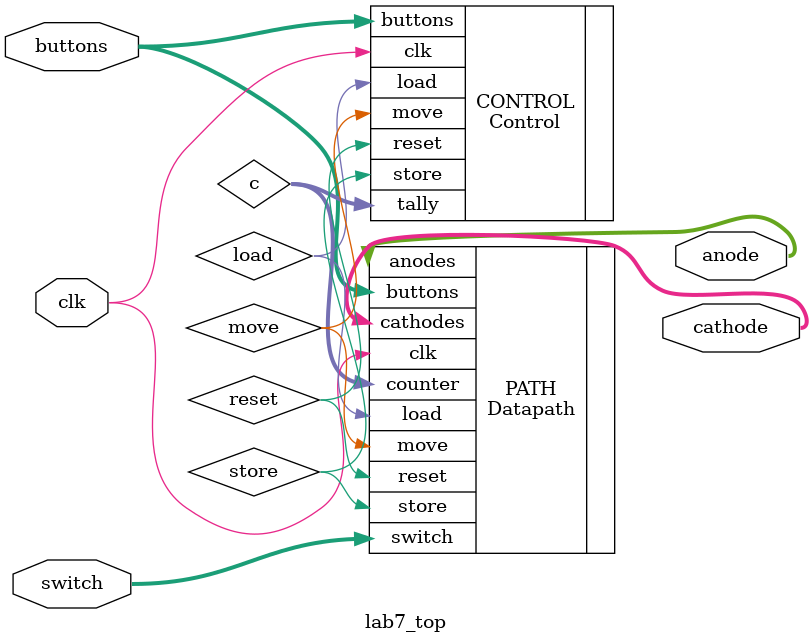
<source format=v>
`timescale 1ns / 1ps


module lab7_top(input[2:0] buttons,input clk,input[7:0] switch,output [7:0] cathode, output [3:0] anode);

    wire load, store, reset, move;
    wire [4:0] c;
    
    Control CONTROL(.buttons(buttons), .clk(clk), .load(load), .store(store), .reset(reset), .move(move), .tally(c));
    Datapath PATH(.buttons(buttons),.clk(clk), .load(load), .store(store), .reset(reset), .move(move), .switch(switch), .anodes(anode), .cathodes(cathode), .counter(c));
    
endmodule

</source>
